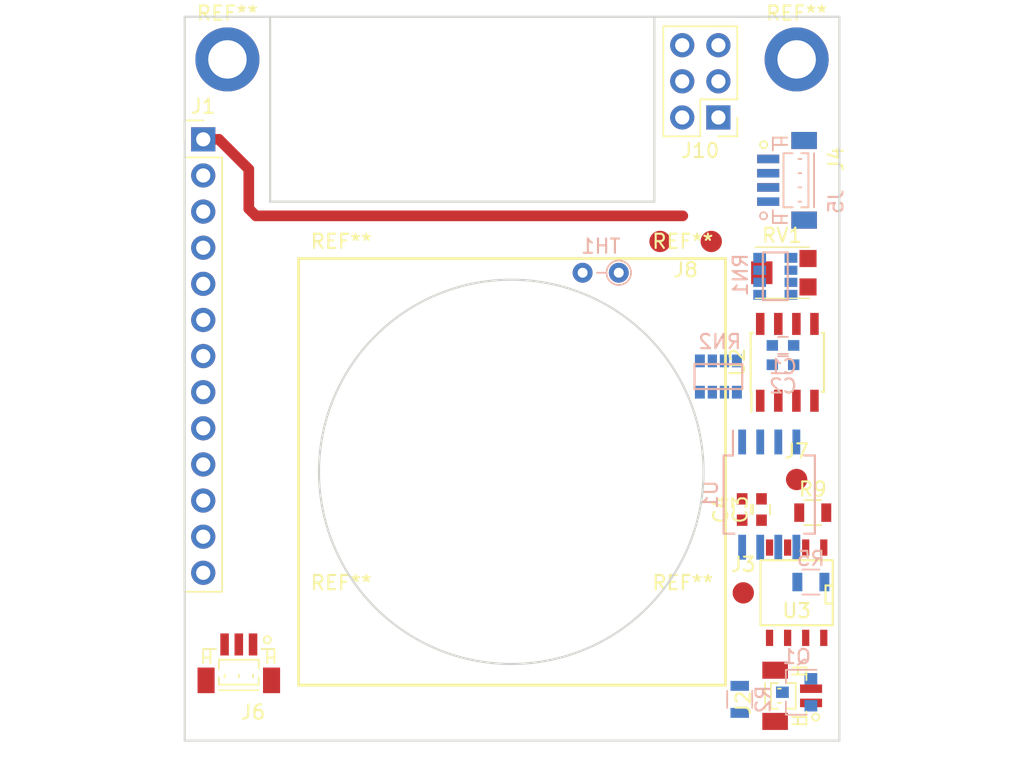
<source format=kicad_pcb>
(kicad_pcb (version 4) (host pcbnew 4.0.7-e2-6376~58~ubuntu16.04.1)

  (general
    (links 89)
    (no_connects 88)
    (area 159.924999 39.924999 206.075001 90.975001)
    (thickness 1.6)
    (drawings 12)
    (tracks 5)
    (zones 0)
    (modules 30)
    (nets 35)
  )

  (page A4)
  (layers
    (0 F.Cu signal)
    (31 B.Cu signal)
    (32 B.Adhes user)
    (33 F.Adhes user)
    (34 B.Paste user)
    (35 F.Paste user)
    (36 B.SilkS user)
    (37 F.SilkS user)
    (38 B.Mask user)
    (39 F.Mask user)
    (40 Dwgs.User user)
    (41 Cmts.User user)
    (42 Eco1.User user)
    (43 Eco2.User user)
    (44 Edge.Cuts user)
    (45 Margin user)
    (46 B.CrtYd user)
    (47 F.CrtYd user)
    (48 B.Fab user)
    (49 F.Fab user)
  )

  (setup
    (last_trace_width 0.25)
    (trace_clearance 0.2)
    (zone_clearance 0.508)
    (zone_45_only no)
    (trace_min 0.2)
    (segment_width 0.2)
    (edge_width 0.15)
    (via_size 0.6)
    (via_drill 0.4)
    (via_min_size 0.4)
    (via_min_drill 0.3)
    (uvia_size 0.3)
    (uvia_drill 0.1)
    (uvias_allowed no)
    (uvia_min_size 0.2)
    (uvia_min_drill 0.1)
    (pcb_text_width 0.3)
    (pcb_text_size 1.5 1.5)
    (mod_edge_width 0.15)
    (mod_text_size 1 1)
    (mod_text_width 0.15)
    (pad_size 1.524 1.524)
    (pad_drill 0.762)
    (pad_to_mask_clearance 0.2)
    (aux_axis_origin 160 40)
    (visible_elements FFFCFFFB)
    (pcbplotparams
      (layerselection 0x01020_00000000)
      (usegerberextensions false)
      (excludeedgelayer true)
      (linewidth 0.100000)
      (plotframeref false)
      (viasonmask false)
      (mode 1)
      (useauxorigin false)
      (hpglpennumber 1)
      (hpglpenspeed 20)
      (hpglpendiameter 15)
      (hpglpenoverlay 2)
      (psnegative false)
      (psa4output false)
      (plotreference true)
      (plotvalue true)
      (plotinvisibletext false)
      (padsonsilk false)
      (subtractmaskfromsilk false)
      (outputformat 4)
      (mirror false)
      (drillshape 0)
      (scaleselection 1)
      (outputdirectory ""))
  )

  (net 0 "")
  (net 1 GND)
  (net 2 +5V)
  (net 3 /MISO)
  (net 4 /SCK)
  (net 5 /ISO)
  (net 6 /RST)
  (net 7 /FAN)
  (net 8 /USB1-)
  (net 9 /USB2-)
  (net 10 /TV_OUT)
  (net 11 /IR_RX)
  (net 12 /USB1+)
  (net 13 /USB2+)
  (net 14 /ADJ)
  (net 15 "Net-(Q1-Pad1)")
  (net 16 "Net-(R5-Pad1)")
  (net 17 /SIG+)
  (net 18 /SIG-)
  (net 19 "Net-(R9-Pad1)")
  (net 20 "Net-(J1-Pad7)")
  (net 21 "Net-(J1-Pad8)")
  (net 22 "Net-(J1-Pad10)")
  (net 23 "Net-(J1-Pad11)")
  (net 24 "Net-(J1-Pad12)")
  (net 25 "Net-(J8-Pad2)")
  (net 26 "Net-(RN1-Pad5)")
  (net 27 "Net-(RN1-Pad4)")
  (net 28 /OP1_-)
  (net 29 /OP2_-)
  (net 30 /OP1_OUT)
  (net 31 "Net-(RV1-Pad1)")
  (net 32 "Net-(U1-Pad2)")
  (net 33 "Net-(U3-Pad6)")
  (net 34 "Net-(U3-Pad3)")

  (net_class Default "This is the default net class."
    (clearance 0.2)
    (trace_width 0.25)
    (via_dia 0.6)
    (via_drill 0.4)
    (uvia_dia 0.3)
    (uvia_drill 0.1)
    (add_net +5V)
    (add_net /ADJ)
    (add_net /FAN)
    (add_net /IR_RX)
    (add_net /ISO)
    (add_net /MIC+)
    (add_net /MIC-)
    (add_net /MISO)
    (add_net /M_BIAS)
    (add_net /OP1_-)
    (add_net /OP1_OUT)
    (add_net /OP2_-)
    (add_net /RST)
    (add_net /SCK)
    (add_net /SIG+)
    (add_net /SIG-)
    (add_net /TV_OUT)
    (add_net /USB1+)
    (add_net /USB1-)
    (add_net /USB2+)
    (add_net /USB2-)
    (add_net GND)
    (add_net "Net-(D1-Pad2)")
    (add_net "Net-(J1-Pad10)")
    (add_net "Net-(J1-Pad11)")
    (add_net "Net-(J1-Pad12)")
    (add_net "Net-(J1-Pad7)")
    (add_net "Net-(J1-Pad8)")
    (add_net "Net-(J8-Pad2)")
    (add_net "Net-(Q1-Pad1)")
    (add_net "Net-(R1-Pad2)")
    (add_net "Net-(R11-Pad1)")
    (add_net "Net-(R4-Pad2)")
    (add_net "Net-(R5-Pad1)")
    (add_net "Net-(R9-Pad1)")
    (add_net "Net-(RN1-Pad4)")
    (add_net "Net-(RN1-Pad5)")
    (add_net "Net-(RV1-Pad1)")
    (add_net "Net-(U1-Pad2)")
    (add_net "Net-(U3-Pad3)")
    (add_net "Net-(U3-Pad6)")
  )

  (module Capacitors_SMD:C_0603 (layer F.Cu) (tedit 59958EE7) (tstamp 5A2EEE65)
    (at 200.53 74.65 90)
    (descr "Capacitor SMD 0603, reflow soldering, AVX (see smccp.pdf)")
    (tags "capacitor 0603")
    (path /59C8014A)
    (attr smd)
    (fp_text reference C3 (at 0 -1.5 90) (layer F.SilkS)
      (effects (font (size 1 1) (thickness 0.15)))
    )
    (fp_text value 1uF (at 0 1.5 90) (layer F.Fab)
      (effects (font (size 1 1) (thickness 0.15)))
    )
    (fp_line (start 1.4 0.65) (end -1.4 0.65) (layer F.CrtYd) (width 0.05))
    (fp_line (start 1.4 0.65) (end 1.4 -0.65) (layer F.CrtYd) (width 0.05))
    (fp_line (start -1.4 -0.65) (end -1.4 0.65) (layer F.CrtYd) (width 0.05))
    (fp_line (start -1.4 -0.65) (end 1.4 -0.65) (layer F.CrtYd) (width 0.05))
    (fp_line (start 0.35 0.6) (end -0.35 0.6) (layer F.SilkS) (width 0.12))
    (fp_line (start -0.35 -0.6) (end 0.35 -0.6) (layer F.SilkS) (width 0.12))
    (fp_line (start -0.8 -0.4) (end 0.8 -0.4) (layer F.Fab) (width 0.1))
    (fp_line (start 0.8 -0.4) (end 0.8 0.4) (layer F.Fab) (width 0.1))
    (fp_line (start 0.8 0.4) (end -0.8 0.4) (layer F.Fab) (width 0.1))
    (fp_line (start -0.8 0.4) (end -0.8 -0.4) (layer F.Fab) (width 0.1))
    (fp_text user %R (at 1.75 0.5 90) (layer F.Fab)
      (effects (font (size 0.3 0.3) (thickness 0.075)))
    )
    (pad 2 smd rect (at 0.75 0 90) (size 0.8 0.75) (layers F.Cu F.Paste F.Mask)
      (net 1 GND))
    (pad 1 smd rect (at -0.75 0 90) (size 0.8 0.75) (layers F.Cu F.Paste F.Mask)
      (net 2 +5V))
    (model Capacitors_SMD.3dshapes/C_0603.wrl
      (at (xyz 0 0 0))
      (scale (xyz 1 1 1))
      (rotate (xyz 0 0 0))
    )
  )

  (module Housings_SOIC:SO-8_5.3x6.2mm_Pitch1.27mm (layer B.Cu) (tedit 59920130) (tstamp 5A32E918)
    (at 201.075 73.6 270)
    (descr "8-Lead Plastic Small Outline, 5.3x6.2mm Body (http://www.ti.com.cn/cn/lit/ds/symlink/tl7705a.pdf)")
    (tags "SOIC 1.27")
    (path /59C7F919)
    (attr smd)
    (fp_text reference U1 (at 0 4.13 270) (layer B.SilkS)
      (effects (font (size 1 1) (thickness 0.15)) (justify mirror))
    )
    (fp_text value ATTINY13A-SSU (at 0 -4.13 270) (layer B.Fab)
      (effects (font (size 1 1) (thickness 0.15)) (justify mirror))
    )
    (fp_text user %R (at 0.3 0 270) (layer B.Fab)
      (effects (font (size 1 1) (thickness 0.15)) (justify mirror))
    )
    (fp_line (start -1.65 3.1) (end 2.65 3.1) (layer B.Fab) (width 0.15))
    (fp_line (start 2.65 3.1) (end 2.65 -3.1) (layer B.Fab) (width 0.15))
    (fp_line (start 2.65 -3.1) (end -2.65 -3.1) (layer B.Fab) (width 0.15))
    (fp_line (start -2.65 -3.1) (end -2.65 2.1) (layer B.Fab) (width 0.15))
    (fp_line (start -2.65 2.1) (end -1.65 3.1) (layer B.Fab) (width 0.15))
    (fp_line (start -4.83 3.35) (end -4.83 -3.35) (layer B.CrtYd) (width 0.05))
    (fp_line (start 4.83 3.35) (end 4.83 -3.35) (layer B.CrtYd) (width 0.05))
    (fp_line (start -4.83 3.35) (end 4.83 3.35) (layer B.CrtYd) (width 0.05))
    (fp_line (start -4.83 -3.35) (end 4.83 -3.35) (layer B.CrtYd) (width 0.05))
    (fp_line (start -2.75 3.205) (end -2.75 2.55) (layer B.SilkS) (width 0.15))
    (fp_line (start 2.75 3.205) (end 2.75 2.455) (layer B.SilkS) (width 0.15))
    (fp_line (start 2.75 -3.205) (end 2.75 -2.455) (layer B.SilkS) (width 0.15))
    (fp_line (start -2.75 -3.205) (end -2.75 -2.455) (layer B.SilkS) (width 0.15))
    (fp_line (start -2.75 3.205) (end 2.75 3.205) (layer B.SilkS) (width 0.15))
    (fp_line (start -2.75 -3.205) (end 2.75 -3.205) (layer B.SilkS) (width 0.15))
    (fp_line (start -2.75 2.55) (end -4.5 2.55) (layer B.SilkS) (width 0.15))
    (pad 1 smd rect (at -3.7 1.905 270) (size 1.75 0.55) (layers B.Cu B.Paste B.Mask)
      (net 6 /RST))
    (pad 2 smd rect (at -3.7 0.635 270) (size 1.75 0.55) (layers B.Cu B.Paste B.Mask)
      (net 32 "Net-(U1-Pad2)"))
    (pad 3 smd rect (at -3.7 -0.635 270) (size 1.75 0.55) (layers B.Cu B.Paste B.Mask)
      (net 14 /ADJ))
    (pad 4 smd rect (at -3.7 -1.905 270) (size 1.75 0.55) (layers B.Cu B.Paste B.Mask)
      (net 1 GND))
    (pad 5 smd rect (at 3.7 -1.905 270) (size 1.75 0.55) (layers B.Cu B.Paste B.Mask)
      (net 5 /ISO))
    (pad 6 smd rect (at 3.7 -0.635 270) (size 1.75 0.55) (layers B.Cu B.Paste B.Mask)
      (net 3 /MISO))
    (pad 7 smd rect (at 3.7 0.635 270) (size 1.75 0.55) (layers B.Cu B.Paste B.Mask)
      (net 4 /SCK))
    (pad 8 smd rect (at 3.7 1.905 270) (size 1.75 0.55) (layers B.Cu B.Paste B.Mask)
      (net 2 +5V))
    (model ${KISYS3DMOD}/Housings_SOIC.3dshapes/SO-8_5.3x6.2mm_Pitch1.27mm.wrl
      (at (xyz 0 0 0))
      (scale (xyz 1 1 1))
      (rotate (xyz 0 0 0))
    )
  )

  (module Mounting_Holes:MountingHole_2.7mm_M2.5_ISO14580_Pad (layer F.Cu) (tedit 56D1B4CB) (tstamp 5A302A23)
    (at 203 43)
    (descr "Mounting Hole 2.7mm, M2.5, ISO14580")
    (tags "mounting hole 2.7mm m2.5 iso14580")
    (attr virtual)
    (fp_text reference REF** (at 0 -3.25) (layer F.SilkS)
      (effects (font (size 1 1) (thickness 0.15)))
    )
    (fp_text value MountingHole_2.7mm_M2.5_ISO14580_Pad (at 0 3.25) (layer F.Fab)
      (effects (font (size 1 1) (thickness 0.15)))
    )
    (fp_text user %R (at 0.3 0) (layer F.Fab)
      (effects (font (size 1 1) (thickness 0.15)))
    )
    (fp_circle (center 0 0) (end 2.25 0) (layer Cmts.User) (width 0.15))
    (fp_circle (center 0 0) (end 2.5 0) (layer F.CrtYd) (width 0.05))
    (pad 1 thru_hole circle (at 0 0) (size 4.5 4.5) (drill 2.7) (layers *.Cu *.Mask))
  )

  (module Capacitors_SMD:C_0603 (layer B.Cu) (tedit 59958EE7) (tstamp 5A2EEE59)
    (at 202.04 63.11)
    (descr "Capacitor SMD 0603, reflow soldering, AVX (see smccp.pdf)")
    (tags "capacitor 0603")
    (path /5A2CC305)
    (attr smd)
    (fp_text reference C1 (at 0 1.5) (layer B.SilkS)
      (effects (font (size 1 1) (thickness 0.15)) (justify mirror))
    )
    (fp_text value 1uF (at -0.15 -1.6) (layer B.Fab)
      (effects (font (size 1 1) (thickness 0.15)) (justify mirror))
    )
    (fp_line (start 1.4 -0.65) (end -1.4 -0.65) (layer B.CrtYd) (width 0.05))
    (fp_line (start 1.4 -0.65) (end 1.4 0.65) (layer B.CrtYd) (width 0.05))
    (fp_line (start -1.4 0.65) (end -1.4 -0.65) (layer B.CrtYd) (width 0.05))
    (fp_line (start -1.4 0.65) (end 1.4 0.65) (layer B.CrtYd) (width 0.05))
    (fp_line (start 0.35 -0.6) (end -0.35 -0.6) (layer B.SilkS) (width 0.12))
    (fp_line (start -0.35 0.6) (end 0.35 0.6) (layer B.SilkS) (width 0.12))
    (fp_line (start -0.8 0.4) (end 0.8 0.4) (layer B.Fab) (width 0.1))
    (fp_line (start 0.8 0.4) (end 0.8 -0.4) (layer B.Fab) (width 0.1))
    (fp_line (start 0.8 -0.4) (end -0.8 -0.4) (layer B.Fab) (width 0.1))
    (fp_line (start -0.8 -0.4) (end -0.8 0.4) (layer B.Fab) (width 0.1))
    (fp_text user %R (at 1.75 0.5) (layer B.Fab)
      (effects (font (size 0.3 0.3) (thickness 0.075)) (justify mirror))
    )
    (pad 2 smd rect (at 0.75 0) (size 0.8 0.75) (layers B.Cu B.Paste B.Mask)
      (net 1 GND))
    (pad 1 smd rect (at -0.75 0) (size 0.8 0.75) (layers B.Cu B.Paste B.Mask)
      (net 2 +5V))
    (model Capacitors_SMD.3dshapes/C_0603.wrl
      (at (xyz 0 0 0))
      (scale (xyz 1 1 1))
      (rotate (xyz 0 0 0))
    )
  )

  (module Capacitors_SMD:C_0603 (layer B.Cu) (tedit 59958EE7) (tstamp 5A2EEE5F)
    (at 202.04 64.47)
    (descr "Capacitor SMD 0603, reflow soldering, AVX (see smccp.pdf)")
    (tags "capacitor 0603")
    (path /5A2CC490)
    (attr smd)
    (fp_text reference C2 (at 0 1.5) (layer B.SilkS)
      (effects (font (size 1 1) (thickness 0.15)) (justify mirror))
    )
    (fp_text value 0.1uF (at 2.93 -1.77) (layer B.Fab)
      (effects (font (size 1 1) (thickness 0.15)) (justify mirror))
    )
    (fp_line (start 1.4 -0.65) (end -1.4 -0.65) (layer B.CrtYd) (width 0.05))
    (fp_line (start 1.4 -0.65) (end 1.4 0.65) (layer B.CrtYd) (width 0.05))
    (fp_line (start -1.4 0.65) (end -1.4 -0.65) (layer B.CrtYd) (width 0.05))
    (fp_line (start -1.4 0.65) (end 1.4 0.65) (layer B.CrtYd) (width 0.05))
    (fp_line (start 0.35 -0.6) (end -0.35 -0.6) (layer B.SilkS) (width 0.12))
    (fp_line (start -0.35 0.6) (end 0.35 0.6) (layer B.SilkS) (width 0.12))
    (fp_line (start -0.8 0.4) (end 0.8 0.4) (layer B.Fab) (width 0.1))
    (fp_line (start 0.8 0.4) (end 0.8 -0.4) (layer B.Fab) (width 0.1))
    (fp_line (start 0.8 -0.4) (end -0.8 -0.4) (layer B.Fab) (width 0.1))
    (fp_line (start -0.8 -0.4) (end -0.8 0.4) (layer B.Fab) (width 0.1))
    (fp_text user %R (at 1.75 0.5) (layer B.Fab)
      (effects (font (size 0.3 0.3) (thickness 0.075)) (justify mirror))
    )
    (pad 2 smd rect (at 0.75 0) (size 0.8 0.75) (layers B.Cu B.Paste B.Mask)
      (net 1 GND))
    (pad 1 smd rect (at -0.75 0) (size 0.8 0.75) (layers B.Cu B.Paste B.Mask)
      (net 2 +5V))
    (model Capacitors_SMD.3dshapes/C_0603.wrl
      (at (xyz 0 0 0))
      (scale (xyz 1 1 1))
      (rotate (xyz 0 0 0))
    )
  )

  (module Capacitors_SMD:C_0603 (layer F.Cu) (tedit 59958EE7) (tstamp 5A2EEE6B)
    (at 199.17 74.65 90)
    (descr "Capacitor SMD 0603, reflow soldering, AVX (see smccp.pdf)")
    (tags "capacitor 0603")
    (path /59C80125)
    (attr smd)
    (fp_text reference C4 (at 0 -1.5 90) (layer F.SilkS)
      (effects (font (size 1 1) (thickness 0.15)))
    )
    (fp_text value 0.1uF (at 0 1.5 90) (layer F.Fab)
      (effects (font (size 1 1) (thickness 0.15)))
    )
    (fp_line (start 1.4 0.65) (end -1.4 0.65) (layer F.CrtYd) (width 0.05))
    (fp_line (start 1.4 0.65) (end 1.4 -0.65) (layer F.CrtYd) (width 0.05))
    (fp_line (start -1.4 -0.65) (end -1.4 0.65) (layer F.CrtYd) (width 0.05))
    (fp_line (start -1.4 -0.65) (end 1.4 -0.65) (layer F.CrtYd) (width 0.05))
    (fp_line (start 0.35 0.6) (end -0.35 0.6) (layer F.SilkS) (width 0.12))
    (fp_line (start -0.35 -0.6) (end 0.35 -0.6) (layer F.SilkS) (width 0.12))
    (fp_line (start -0.8 -0.4) (end 0.8 -0.4) (layer F.Fab) (width 0.1))
    (fp_line (start 0.8 -0.4) (end 0.8 0.4) (layer F.Fab) (width 0.1))
    (fp_line (start 0.8 0.4) (end -0.8 0.4) (layer F.Fab) (width 0.1))
    (fp_line (start -0.8 0.4) (end -0.8 -0.4) (layer F.Fab) (width 0.1))
    (fp_text user %R (at 1.76 0.47 90) (layer F.Fab)
      (effects (font (size 0.3 0.3) (thickness 0.075)))
    )
    (pad 2 smd rect (at 0.75 0 90) (size 0.8 0.75) (layers F.Cu F.Paste F.Mask)
      (net 1 GND))
    (pad 1 smd rect (at -0.75 0 90) (size 0.8 0.75) (layers F.Cu F.Paste F.Mask)
      (net 2 +5V))
    (model Capacitors_SMD.3dshapes/C_0603.wrl
      (at (xyz 0 0 0))
      (scale (xyz 1 1 1))
      (rotate (xyz 0 0 0))
    )
  )

  (module Pin_Headers:Pin_Header_Straight_2x03_Pitch2.54mm (layer F.Cu) (tedit 59650532) (tstamp 5A2EEE75)
    (at 197.5 47.08 180)
    (descr "Through hole straight pin header, 2x03, 2.54mm pitch, double rows")
    (tags "Through hole pin header THT 2x03 2.54mm double row")
    (path /59C806DB)
    (fp_text reference J10 (at 1.27 -2.33 180) (layer F.SilkS)
      (effects (font (size 1 1) (thickness 0.15)))
    )
    (fp_text value ISP-6 (at 1.27 7.41 180) (layer F.Fab)
      (effects (font (size 1 1) (thickness 0.15)))
    )
    (fp_line (start 0 -1.27) (end 3.81 -1.27) (layer F.Fab) (width 0.1))
    (fp_line (start 3.81 -1.27) (end 3.81 6.35) (layer F.Fab) (width 0.1))
    (fp_line (start 3.81 6.35) (end -1.27 6.35) (layer F.Fab) (width 0.1))
    (fp_line (start -1.27 6.35) (end -1.27 0) (layer F.Fab) (width 0.1))
    (fp_line (start -1.27 0) (end 0 -1.27) (layer F.Fab) (width 0.1))
    (fp_line (start -1.33 6.41) (end 3.87 6.41) (layer F.SilkS) (width 0.12))
    (fp_line (start -1.33 1.27) (end -1.33 6.41) (layer F.SilkS) (width 0.12))
    (fp_line (start 3.87 -1.33) (end 3.87 6.41) (layer F.SilkS) (width 0.12))
    (fp_line (start -1.33 1.27) (end 1.27 1.27) (layer F.SilkS) (width 0.12))
    (fp_line (start 1.27 1.27) (end 1.27 -1.33) (layer F.SilkS) (width 0.12))
    (fp_line (start 1.27 -1.33) (end 3.87 -1.33) (layer F.SilkS) (width 0.12))
    (fp_line (start -1.33 0) (end -1.33 -1.33) (layer F.SilkS) (width 0.12))
    (fp_line (start -1.33 -1.33) (end 0 -1.33) (layer F.SilkS) (width 0.12))
    (fp_line (start -1.8 -1.8) (end -1.8 6.85) (layer F.CrtYd) (width 0.05))
    (fp_line (start -1.8 6.85) (end 4.35 6.85) (layer F.CrtYd) (width 0.05))
    (fp_line (start 4.35 6.85) (end 4.35 -1.8) (layer F.CrtYd) (width 0.05))
    (fp_line (start 4.35 -1.8) (end -1.8 -1.8) (layer F.CrtYd) (width 0.05))
    (fp_text user %R (at 1.27 2.54 270) (layer F.Fab)
      (effects (font (size 1 1) (thickness 0.15)))
    )
    (pad 1 thru_hole rect (at 0 0 180) (size 1.7 1.7) (drill 1) (layers *.Cu *.Mask)
      (net 3 /MISO))
    (pad 2 thru_hole oval (at 2.54 0 180) (size 1.7 1.7) (drill 1) (layers *.Cu *.Mask)
      (net 2 +5V))
    (pad 3 thru_hole oval (at 0 2.54 180) (size 1.7 1.7) (drill 1) (layers *.Cu *.Mask)
      (net 4 /SCK))
    (pad 4 thru_hole oval (at 2.54 2.54 180) (size 1.7 1.7) (drill 1) (layers *.Cu *.Mask)
      (net 5 /ISO))
    (pad 5 thru_hole oval (at 0 5.08 180) (size 1.7 1.7) (drill 1) (layers *.Cu *.Mask)
      (net 6 /RST))
    (pad 6 thru_hole oval (at 2.54 5.08 180) (size 1.7 1.7) (drill 1) (layers *.Cu *.Mask)
      (net 1 GND))
    (model ${KISYS3DMOD}/Pin_Headers.3dshapes/Pin_Header_Straight_2x03_Pitch2.54mm.wrl
      (at (xyz 0 0 0))
      (scale (xyz 1 1 1))
      (rotate (xyz 0 0 0))
    )
  )

  (module Resistors_SMD:R_0805 (layer B.Cu) (tedit 58E0A804) (tstamp 5A2EEED5)
    (at 199 88 90)
    (descr "Resistor SMD 0805, reflow soldering, Vishay (see dcrcw.pdf)")
    (tags "resistor 0805")
    (path /59C81B22)
    (attr smd)
    (fp_text reference R2 (at 0 1.65 90) (layer B.SilkS)
      (effects (font (size 1 1) (thickness 0.15)) (justify mirror))
    )
    (fp_text value 10k (at 0 -1.75 90) (layer B.Fab)
      (effects (font (size 1 1) (thickness 0.15)) (justify mirror))
    )
    (fp_text user %R (at -0.05 1.25 90) (layer B.Fab)
      (effects (font (size 0.5 0.5) (thickness 0.075)) (justify mirror))
    )
    (fp_line (start -1 -0.62) (end -1 0.62) (layer B.Fab) (width 0.1))
    (fp_line (start 1 -0.62) (end -1 -0.62) (layer B.Fab) (width 0.1))
    (fp_line (start 1 0.62) (end 1 -0.62) (layer B.Fab) (width 0.1))
    (fp_line (start -1 0.62) (end 1 0.62) (layer B.Fab) (width 0.1))
    (fp_line (start 0.6 -0.88) (end -0.6 -0.88) (layer B.SilkS) (width 0.12))
    (fp_line (start -0.6 0.88) (end 0.6 0.88) (layer B.SilkS) (width 0.12))
    (fp_line (start -1.55 0.9) (end 1.55 0.9) (layer B.CrtYd) (width 0.05))
    (fp_line (start -1.55 0.9) (end -1.55 -0.9) (layer B.CrtYd) (width 0.05))
    (fp_line (start 1.55 -0.9) (end 1.55 0.9) (layer B.CrtYd) (width 0.05))
    (fp_line (start 1.55 -0.9) (end -1.55 -0.9) (layer B.CrtYd) (width 0.05))
    (pad 1 smd rect (at -0.95 0 90) (size 0.7 1.3) (layers B.Cu B.Paste B.Mask)
      (net 2 +5V))
    (pad 2 smd rect (at 0.95 0 90) (size 0.7 1.3) (layers B.Cu B.Paste B.Mask)
      (net 15 "Net-(Q1-Pad1)"))
    (model ${KISYS3DMOD}/Resistors_SMD.3dshapes/R_0805.wrl
      (at (xyz 0 0 0))
      (scale (xyz 1 1 1))
      (rotate (xyz 0 0 0))
    )
  )

  (module Resistors_SMD:R_0805 (layer B.Cu) (tedit 58E0A804) (tstamp 5A2EEEE7)
    (at 204 79.75 180)
    (descr "Resistor SMD 0805, reflow soldering, Vishay (see dcrcw.pdf)")
    (tags "resistor 0805")
    (path /59C815E0)
    (attr smd)
    (fp_text reference R5 (at 0 1.65 180) (layer B.SilkS)
      (effects (font (size 1 1) (thickness 0.15)) (justify mirror))
    )
    (fp_text value 100 (at 0 -1.75 180) (layer B.Fab)
      (effects (font (size 1 1) (thickness 0.15)) (justify mirror))
    )
    (fp_text user %R (at -0.05 1.25 180) (layer B.Fab)
      (effects (font (size 0.5 0.5) (thickness 0.075)) (justify mirror))
    )
    (fp_line (start -1 -0.62) (end -1 0.62) (layer B.Fab) (width 0.1))
    (fp_line (start 1 -0.62) (end -1 -0.62) (layer B.Fab) (width 0.1))
    (fp_line (start 1 0.62) (end 1 -0.62) (layer B.Fab) (width 0.1))
    (fp_line (start -1 0.62) (end 1 0.62) (layer B.Fab) (width 0.1))
    (fp_line (start 0.6 -0.88) (end -0.6 -0.88) (layer B.SilkS) (width 0.12))
    (fp_line (start -0.6 0.88) (end 0.6 0.88) (layer B.SilkS) (width 0.12))
    (fp_line (start -1.55 0.9) (end 1.55 0.9) (layer B.CrtYd) (width 0.05))
    (fp_line (start -1.55 0.9) (end -1.55 -0.9) (layer B.CrtYd) (width 0.05))
    (fp_line (start 1.55 -0.9) (end 1.55 0.9) (layer B.CrtYd) (width 0.05))
    (fp_line (start 1.55 -0.9) (end -1.55 -0.9) (layer B.CrtYd) (width 0.05))
    (pad 1 smd rect (at -0.95 0 180) (size 0.7 1.3) (layers B.Cu B.Paste B.Mask)
      (net 16 "Net-(R5-Pad1)"))
    (pad 2 smd rect (at 0.95 0 180) (size 0.7 1.3) (layers B.Cu B.Paste B.Mask)
      (net 5 /ISO))
    (model ${KISYS3DMOD}/Resistors_SMD.3dshapes/R_0805.wrl
      (at (xyz 0 0 0))
      (scale (xyz 1 1 1))
      (rotate (xyz 0 0 0))
    )
  )

  (module Resistors_SMD:R_0805 (layer F.Cu) (tedit 58E0A804) (tstamp 5A2EEEFF)
    (at 204.13 74.87)
    (descr "Resistor SMD 0805, reflow soldering, Vishay (see dcrcw.pdf)")
    (tags "resistor 0805")
    (path /59C826CC)
    (attr smd)
    (fp_text reference R9 (at 0 -1.65) (layer F.SilkS)
      (effects (font (size 1 1) (thickness 0.15)))
    )
    (fp_text value 0R (at 0 1.75) (layer F.Fab)
      (effects (font (size 1 1) (thickness 0.15)))
    )
    (fp_text user %R (at 0 -0.75) (layer F.Fab)
      (effects (font (size 0.5 0.5) (thickness 0.075)))
    )
    (fp_line (start -1 0.62) (end -1 -0.62) (layer F.Fab) (width 0.1))
    (fp_line (start 1 0.62) (end -1 0.62) (layer F.Fab) (width 0.1))
    (fp_line (start 1 -0.62) (end 1 0.62) (layer F.Fab) (width 0.1))
    (fp_line (start -1 -0.62) (end 1 -0.62) (layer F.Fab) (width 0.1))
    (fp_line (start 0.6 0.88) (end -0.6 0.88) (layer F.SilkS) (width 0.12))
    (fp_line (start -0.6 -0.88) (end 0.6 -0.88) (layer F.SilkS) (width 0.12))
    (fp_line (start -1.55 -0.9) (end 1.55 -0.9) (layer F.CrtYd) (width 0.05))
    (fp_line (start -1.55 -0.9) (end -1.55 0.9) (layer F.CrtYd) (width 0.05))
    (fp_line (start 1.55 0.9) (end 1.55 -0.9) (layer F.CrtYd) (width 0.05))
    (fp_line (start 1.55 0.9) (end -1.55 0.9) (layer F.CrtYd) (width 0.05))
    (pad 1 smd rect (at -0.95 0) (size 0.7 1.3) (layers F.Cu F.Paste F.Mask)
      (net 19 "Net-(R9-Pad1)"))
    (pad 2 smd rect (at 0.95 0) (size 0.7 1.3) (layers F.Cu F.Paste F.Mask)
      (net 1 GND))
    (model ${KISYS3DMOD}/Resistors_SMD.3dshapes/R_0805.wrl
      (at (xyz 0 0 0))
      (scale (xyz 1 1 1))
      (rotate (xyz 0 0 0))
    )
  )

  (module SMD_Packages:SOIC-8-N (layer F.Cu) (tedit 0) (tstamp 5A2EEF3B)
    (at 203 80.5 180)
    (descr "Module Narrow CMS SOJ 8 pins large")
    (tags "CMS SOJ")
    (path /59C80308)
    (attr smd)
    (fp_text reference U3 (at 0 -1.27 180) (layer F.SilkS)
      (effects (font (size 1 1) (thickness 0.15)))
    )
    (fp_text value 4N25 (at 0 1.27 180) (layer F.Fab)
      (effects (font (size 1 1) (thickness 0.15)))
    )
    (fp_line (start -2.54 -2.286) (end 2.54 -2.286) (layer F.SilkS) (width 0.15))
    (fp_line (start 2.54 -2.286) (end 2.54 2.286) (layer F.SilkS) (width 0.15))
    (fp_line (start 2.54 2.286) (end -2.54 2.286) (layer F.SilkS) (width 0.15))
    (fp_line (start -2.54 2.286) (end -2.54 -2.286) (layer F.SilkS) (width 0.15))
    (fp_line (start -2.54 -0.762) (end -2.032 -0.762) (layer F.SilkS) (width 0.15))
    (fp_line (start -2.032 -0.762) (end -2.032 0.508) (layer F.SilkS) (width 0.15))
    (fp_line (start -2.032 0.508) (end -2.54 0.508) (layer F.SilkS) (width 0.15))
    (pad 8 smd rect (at -1.905 -3.175 180) (size 0.508 1.143) (layers F.Cu F.Paste F.Mask))
    (pad 7 smd rect (at -0.635 -3.175 180) (size 0.508 1.143) (layers F.Cu F.Paste F.Mask))
    (pad 6 smd rect (at 0.635 -3.175 180) (size 0.508 1.143) (layers F.Cu F.Paste F.Mask)
      (net 33 "Net-(U3-Pad6)"))
    (pad 5 smd rect (at 1.905 -3.175 180) (size 0.508 1.143) (layers F.Cu F.Paste F.Mask)
      (net 15 "Net-(Q1-Pad1)"))
    (pad 4 smd rect (at 1.905 3.175 180) (size 0.508 1.143) (layers F.Cu F.Paste F.Mask)
      (net 1 GND))
    (pad 3 smd rect (at 0.635 3.175 180) (size 0.508 1.143) (layers F.Cu F.Paste F.Mask)
      (net 34 "Net-(U3-Pad3)"))
    (pad 2 smd rect (at -0.635 3.175 180) (size 0.508 1.143) (layers F.Cu F.Paste F.Mask)
      (net 19 "Net-(R9-Pad1)"))
    (pad 1 smd rect (at -1.905 3.175 180) (size 0.508 1.143) (layers F.Cu F.Paste F.Mask)
      (net 16 "Net-(R5-Pad1)"))
    (model SMD_Packages.3dshapes/SOIC-8-N.wrl
      (at (xyz 0 0 0))
      (scale (xyz 0.5 0.38 0.5))
      (rotate (xyz 0 0 0))
    )
  )

  (module TO_SOT_Packages_SMD:SOT-23 (layer B.Cu) (tedit 58CE4E7E) (tstamp 5A2EF05B)
    (at 203 87.5 180)
    (descr "SOT-23, Standard")
    (tags SOT-23)
    (path /59C81C7D)
    (attr smd)
    (fp_text reference Q1 (at 0 2.5 180) (layer B.SilkS)
      (effects (font (size 1 1) (thickness 0.15)) (justify mirror))
    )
    (fp_text value Q_PMOS_GSD (at 0 -2.55 180) (layer B.Fab)
      (effects (font (size 1 1) (thickness 0.15)) (justify mirror))
    )
    (fp_text user %R (at 1.25 -1.3 450) (layer B.Fab)
      (effects (font (size 0.5 0.5) (thickness 0.075)) (justify mirror))
    )
    (fp_line (start -0.7 0.95) (end -0.7 -1.5) (layer B.Fab) (width 0.1))
    (fp_line (start -0.15 1.52) (end 0.7 1.52) (layer B.Fab) (width 0.1))
    (fp_line (start -0.7 0.95) (end -0.15 1.52) (layer B.Fab) (width 0.1))
    (fp_line (start 0.7 1.52) (end 0.7 -1.52) (layer B.Fab) (width 0.1))
    (fp_line (start -0.7 -1.52) (end 0.7 -1.52) (layer B.Fab) (width 0.1))
    (fp_line (start 0.76 -1.58) (end 0.76 -0.65) (layer B.SilkS) (width 0.12))
    (fp_line (start 0.76 1.58) (end 0.76 0.65) (layer B.SilkS) (width 0.12))
    (fp_line (start -1.7 1.75) (end 1.7 1.75) (layer B.CrtYd) (width 0.05))
    (fp_line (start 1.7 1.75) (end 1.7 -1.75) (layer B.CrtYd) (width 0.05))
    (fp_line (start 1.7 -1.75) (end -1.7 -1.75) (layer B.CrtYd) (width 0.05))
    (fp_line (start -1.7 -1.75) (end -1.7 1.75) (layer B.CrtYd) (width 0.05))
    (fp_line (start 0.76 1.58) (end -1.4 1.58) (layer B.SilkS) (width 0.12))
    (fp_line (start 0.76 -1.58) (end -0.7 -1.58) (layer B.SilkS) (width 0.12))
    (pad 1 smd rect (at -1 0.95 180) (size 0.9 0.8) (layers B.Cu B.Paste B.Mask)
      (net 15 "Net-(Q1-Pad1)"))
    (pad 2 smd rect (at -1 -0.95 180) (size 0.9 0.8) (layers B.Cu B.Paste B.Mask)
      (net 7 /FAN))
    (pad 3 smd rect (at 1 0 180) (size 0.9 0.8) (layers B.Cu B.Paste B.Mask)
      (net 2 +5V))
    (model ${KISYS3DMOD}/TO_SOT_Packages_SMD.3dshapes/SOT-23.wrl
      (at (xyz 0 0 0))
      (scale (xyz 1 1 1))
      (rotate (xyz 0 0 0))
    )
  )

  (module Pin_Headers:Pin_Header_Straight_1x13_Pitch2.54mm (layer F.Cu) (tedit 59650532) (tstamp 5A2EF27C)
    (at 161.3 48.62)
    (descr "Through hole straight pin header, 1x13, 2.54mm pitch, single row")
    (tags "Through hole pin header THT 1x13 2.54mm single row")
    (path /59CA92F8)
    (fp_text reference J1 (at 0 -2.33) (layer F.SilkS)
      (effects (font (size 1 1) (thickness 0.15)))
    )
    (fp_text value Conn_01x13 (at 0 32.81) (layer F.Fab)
      (effects (font (size 1 1) (thickness 0.15)))
    )
    (fp_line (start -0.635 -1.27) (end 1.27 -1.27) (layer F.Fab) (width 0.1))
    (fp_line (start 1.27 -1.27) (end 1.27 31.75) (layer F.Fab) (width 0.1))
    (fp_line (start 1.27 31.75) (end -1.27 31.75) (layer F.Fab) (width 0.1))
    (fp_line (start -1.27 31.75) (end -1.27 -0.635) (layer F.Fab) (width 0.1))
    (fp_line (start -1.27 -0.635) (end -0.635 -1.27) (layer F.Fab) (width 0.1))
    (fp_line (start -1.33 31.81) (end 1.33 31.81) (layer F.SilkS) (width 0.12))
    (fp_line (start -1.33 1.27) (end -1.33 31.81) (layer F.SilkS) (width 0.12))
    (fp_line (start 1.33 1.27) (end 1.33 31.81) (layer F.SilkS) (width 0.12))
    (fp_line (start -1.33 1.27) (end 1.33 1.27) (layer F.SilkS) (width 0.12))
    (fp_line (start -1.33 0) (end -1.33 -1.33) (layer F.SilkS) (width 0.12))
    (fp_line (start -1.33 -1.33) (end 0 -1.33) (layer F.SilkS) (width 0.12))
    (fp_line (start -1.8 -1.8) (end -1.8 32.25) (layer F.CrtYd) (width 0.05))
    (fp_line (start -1.8 32.25) (end 1.8 32.25) (layer F.CrtYd) (width 0.05))
    (fp_line (start 1.8 32.25) (end 1.8 -1.8) (layer F.CrtYd) (width 0.05))
    (fp_line (start 1.8 -1.8) (end -1.8 -1.8) (layer F.CrtYd) (width 0.05))
    (fp_text user %R (at 0 15.24 90) (layer F.Fab)
      (effects (font (size 1 1) (thickness 0.15)))
    )
    (pad 1 thru_hole rect (at 0 0) (size 1.7 1.7) (drill 1) (layers *.Cu *.Mask)
      (net 2 +5V))
    (pad 2 thru_hole oval (at 0 2.54) (size 1.7 1.7) (drill 1) (layers *.Cu *.Mask)
      (net 1 GND))
    (pad 3 thru_hole oval (at 0 5.08) (size 1.7 1.7) (drill 1) (layers *.Cu *.Mask)
      (net 8 /USB1-))
    (pad 4 thru_hole oval (at 0 7.62) (size 1.7 1.7) (drill 1) (layers *.Cu *.Mask)
      (net 12 /USB1+))
    (pad 5 thru_hole oval (at 0 10.16) (size 1.7 1.7) (drill 1) (layers *.Cu *.Mask)
      (net 9 /USB2-))
    (pad 6 thru_hole oval (at 0 12.7) (size 1.7 1.7) (drill 1) (layers *.Cu *.Mask)
      (net 13 /USB2+))
    (pad 7 thru_hole oval (at 0 15.24) (size 1.7 1.7) (drill 1) (layers *.Cu *.Mask)
      (net 20 "Net-(J1-Pad7)"))
    (pad 8 thru_hole oval (at 0 17.78) (size 1.7 1.7) (drill 1) (layers *.Cu *.Mask)
      (net 21 "Net-(J1-Pad8)"))
    (pad 9 thru_hole oval (at 0 20.32) (size 1.7 1.7) (drill 1) (layers *.Cu *.Mask)
      (net 10 /TV_OUT))
    (pad 10 thru_hole oval (at 0 22.86) (size 1.7 1.7) (drill 1) (layers *.Cu *.Mask)
      (net 22 "Net-(J1-Pad10)"))
    (pad 11 thru_hole oval (at 0 25.4) (size 1.7 1.7) (drill 1) (layers *.Cu *.Mask)
      (net 23 "Net-(J1-Pad11)"))
    (pad 12 thru_hole oval (at 0 27.94) (size 1.7 1.7) (drill 1) (layers *.Cu *.Mask)
      (net 24 "Net-(J1-Pad12)"))
    (pad 13 thru_hole oval (at 0 30.48) (size 1.7 1.7) (drill 1) (layers *.Cu *.Mask)
      (net 11 /IR_RX))
    (model ${KISYS3DMOD}/Pin_Headers.3dshapes/Pin_Header_Straight_1x13_Pitch2.54mm.wrl
      (at (xyz 0 0 0))
      (scale (xyz 1 1 1))
      (rotate (xyz 0 0 0))
    )
  )

  (module Connectors_JST:JST_SH_BM02B-SRSS-TB_02x1.00mm_Straight (layer F.Cu) (tedit 56B07435) (tstamp 5A2F5CB7)
    (at 202.75 87.75 90)
    (descr http://www.jst-mfg.com/product/pdf/eng/eSH.pdf)
    (tags "connector jst sh")
    (path /59C93512)
    (attr smd)
    (fp_text reference J2 (at -0.5 -3.5 90) (layer F.SilkS)
      (effects (font (size 1 1) (thickness 0.15)))
    )
    (fp_text value Conn_01x02 (at 0 3.5 90) (layer F.Fab)
      (effects (font (size 1 1) (thickness 0.15)))
    )
    (fp_circle (center -1.5 1.5875) (end -1.25 1.5875) (layer F.SilkS) (width 0.12))
    (fp_line (start -0.9 -1.9625) (end 0.9 -1.9625) (layer F.SilkS) (width 0.12))
    (fp_line (start -2 -0.0625) (end -2 0.9375) (layer F.SilkS) (width 0.12))
    (fp_line (start -2 0.9375) (end -1.1 0.9375) (layer F.SilkS) (width 0.12))
    (fp_line (start -1.5 0.9375) (end -1.5 -0.0625) (layer F.SilkS) (width 0.12))
    (fp_line (start -1.5 -0.0625) (end -1.5 -0.0625) (layer F.SilkS) (width 0.12))
    (fp_line (start -1.5 -0.0625) (end -1.5 0.9375) (layer F.SilkS) (width 0.12))
    (fp_line (start -1.5 0.9375) (end -1.5 0.9375) (layer F.SilkS) (width 0.12))
    (fp_line (start -1.5 0.3375) (end -1.5 0.3375) (layer F.SilkS) (width 0.12))
    (fp_line (start -1.5 0.3375) (end -2 0.3375) (layer F.SilkS) (width 0.12))
    (fp_line (start -2 0.3375) (end -2 0.3375) (layer F.SilkS) (width 0.12))
    (fp_line (start -2 0.3375) (end -1.5 0.3375) (layer F.SilkS) (width 0.12))
    (fp_line (start 2 -0.0625) (end 2 0.9375) (layer F.SilkS) (width 0.12))
    (fp_line (start 2 0.9375) (end 1.1 0.9375) (layer F.SilkS) (width 0.12))
    (fp_line (start 1.5 0.9375) (end 1.5 -0.0625) (layer F.SilkS) (width 0.12))
    (fp_line (start 1.5 -0.0625) (end 1.5 -0.0625) (layer F.SilkS) (width 0.12))
    (fp_line (start 1.5 -0.0625) (end 1.5 0.9375) (layer F.SilkS) (width 0.12))
    (fp_line (start 1.5 0.9375) (end 1.5 0.9375) (layer F.SilkS) (width 0.12))
    (fp_line (start 1.5 0.3375) (end 1.5 0.3375) (layer F.SilkS) (width 0.12))
    (fp_line (start 1.5 0.3375) (end 2 0.3375) (layer F.SilkS) (width 0.12))
    (fp_line (start 2 0.3375) (end 2 0.3375) (layer F.SilkS) (width 0.12))
    (fp_line (start 2 0.3375) (end 1.5 0.3375) (layer F.SilkS) (width 0.12))
    (fp_line (start -0.9 -1.0625) (end -0.9 -1.5625) (layer F.SilkS) (width 0.12))
    (fp_line (start -0.9 -1.5625) (end 0.9 -1.5625) (layer F.SilkS) (width 0.12))
    (fp_line (start 0.9 -1.5625) (end 0.9 -1.0625) (layer F.SilkS) (width 0.12))
    (fp_line (start -0.9 -0.4625) (end -0.9 0.1875) (layer F.SilkS) (width 0.12))
    (fp_line (start -0.9 0.1875) (end 0.9 0.1875) (layer F.SilkS) (width 0.12))
    (fp_line (start 0.9 0.1875) (end 0.9 -0.4625) (layer F.SilkS) (width 0.12))
    (fp_line (start -0.5 -1.0625) (end -0.5 -0.8625) (layer F.SilkS) (width 0.12))
    (fp_line (start 0.5 -1.0625) (end 0.5 -0.8625) (layer F.SilkS) (width 0.12))
    (fp_line (start -2.9 2.55) (end -2.9 -2.7) (layer F.CrtYd) (width 0.05))
    (fp_line (start -2.9 -2.7) (end 2.9 -2.7) (layer F.CrtYd) (width 0.05))
    (fp_line (start 2.9 -2.7) (end 2.9 2.55) (layer F.CrtYd) (width 0.05))
    (fp_line (start 2.9 2.55) (end -2.9 2.55) (layer F.CrtYd) (width 0.05))
    (pad 1 smd rect (at -0.5 1.2625 90) (size 0.6 1.55) (layers F.Cu F.Paste F.Mask)
      (net 7 /FAN))
    (pad 2 smd rect (at 0.5 1.2625 90) (size 0.6 1.55) (layers F.Cu F.Paste F.Mask)
      (net 1 GND))
    (pad "" smd rect (at -1.8 -1.2625 90) (size 1.2 1.8) (layers F.Cu F.Paste F.Mask))
    (pad "" smd rect (at 1.8 -1.2625 90) (size 1.2 1.8) (layers F.Cu F.Paste F.Mask))
  )

  (module Connectors_JST:JST_SH_BM04B-SRSS-TB_04x1.00mm_Straight (layer F.Cu) (tedit 56B07435) (tstamp 5A2F5CC7)
    (at 202.2625 51.5 270)
    (descr http://www.jst-mfg.com/product/pdf/eng/eSH.pdf)
    (tags "connector jst sh")
    (path /5A2C3DE4)
    (attr smd)
    (fp_text reference J4 (at -1.5 -3.5 270) (layer F.SilkS)
      (effects (font (size 1 1) (thickness 0.15)))
    )
    (fp_text value Conn_01x04 (at 0 3.5 270) (layer F.Fab)
      (effects (font (size 1 1) (thickness 0.15)))
    )
    (fp_circle (center -2.5 1.5875) (end -2.25 1.5875) (layer F.SilkS) (width 0.12))
    (fp_line (start -1.9 -1.9625) (end 1.9 -1.9625) (layer F.SilkS) (width 0.12))
    (fp_line (start -3 -0.0625) (end -3 0.9375) (layer F.SilkS) (width 0.12))
    (fp_line (start -3 0.9375) (end -2.1 0.9375) (layer F.SilkS) (width 0.12))
    (fp_line (start -2.5 0.9375) (end -2.5 -0.0625) (layer F.SilkS) (width 0.12))
    (fp_line (start -2.5 -0.0625) (end -2.5 -0.0625) (layer F.SilkS) (width 0.12))
    (fp_line (start -2.5 -0.0625) (end -2.5 0.9375) (layer F.SilkS) (width 0.12))
    (fp_line (start -2.5 0.9375) (end -2.5 0.9375) (layer F.SilkS) (width 0.12))
    (fp_line (start -2.5 0.3375) (end -2.5 0.3375) (layer F.SilkS) (width 0.12))
    (fp_line (start -2.5 0.3375) (end -3 0.3375) (layer F.SilkS) (width 0.12))
    (fp_line (start -3 0.3375) (end -3 0.3375) (layer F.SilkS) (width 0.12))
    (fp_line (start -3 0.3375) (end -2.5 0.3375) (layer F.SilkS) (width 0.12))
    (fp_line (start 3 -0.0625) (end 3 0.9375) (layer F.SilkS) (width 0.12))
    (fp_line (start 3 0.9375) (end 2.1 0.9375) (layer F.SilkS) (width 0.12))
    (fp_line (start 2.5 0.9375) (end 2.5 -0.0625) (layer F.SilkS) (width 0.12))
    (fp_line (start 2.5 -0.0625) (end 2.5 -0.0625) (layer F.SilkS) (width 0.12))
    (fp_line (start 2.5 -0.0625) (end 2.5 0.9375) (layer F.SilkS) (width 0.12))
    (fp_line (start 2.5 0.9375) (end 2.5 0.9375) (layer F.SilkS) (width 0.12))
    (fp_line (start 2.5 0.3375) (end 2.5 0.3375) (layer F.SilkS) (width 0.12))
    (fp_line (start 2.5 0.3375) (end 3 0.3375) (layer F.SilkS) (width 0.12))
    (fp_line (start 3 0.3375) (end 3 0.3375) (layer F.SilkS) (width 0.12))
    (fp_line (start 3 0.3375) (end 2.5 0.3375) (layer F.SilkS) (width 0.12))
    (fp_line (start -1.9 -1.0625) (end -1.9 -1.5625) (layer F.SilkS) (width 0.12))
    (fp_line (start -1.9 -1.5625) (end 1.9 -1.5625) (layer F.SilkS) (width 0.12))
    (fp_line (start 1.9 -1.5625) (end 1.9 -1.0625) (layer F.SilkS) (width 0.12))
    (fp_line (start -1.9 -0.4625) (end -1.9 0.1875) (layer F.SilkS) (width 0.12))
    (fp_line (start -1.9 0.1875) (end 1.9 0.1875) (layer F.SilkS) (width 0.12))
    (fp_line (start 1.9 0.1875) (end 1.9 -0.4625) (layer F.SilkS) (width 0.12))
    (fp_line (start -1.5 -1.0625) (end -1.5 -0.8625) (layer F.SilkS) (width 0.12))
    (fp_line (start -0.5 -1.0625) (end -0.5 -0.8625) (layer F.SilkS) (width 0.12))
    (fp_line (start 0.5 -1.0625) (end 0.5 -0.8625) (layer F.SilkS) (width 0.12))
    (fp_line (start 1.5 -1.0625) (end 1.5 -0.8625) (layer F.SilkS) (width 0.12))
    (fp_line (start -3.9 2.55) (end -3.9 -2.7) (layer F.CrtYd) (width 0.05))
    (fp_line (start -3.9 -2.7) (end 3.9 -2.7) (layer F.CrtYd) (width 0.05))
    (fp_line (start 3.9 -2.7) (end 3.9 2.55) (layer F.CrtYd) (width 0.05))
    (fp_line (start 3.9 2.55) (end -3.9 2.55) (layer F.CrtYd) (width 0.05))
    (pad 1 smd rect (at -1.5 1.2625 270) (size 0.6 1.55) (layers F.Cu F.Paste F.Mask)
      (net 2 +5V))
    (pad 2 smd rect (at -0.5 1.2625 270) (size 0.6 1.55) (layers F.Cu F.Paste F.Mask)
      (net 12 /USB1+))
    (pad 3 smd rect (at 0.5 1.2625 270) (size 0.6 1.55) (layers F.Cu F.Paste F.Mask)
      (net 8 /USB1-))
    (pad 4 smd rect (at 1.5 1.2625 270) (size 0.6 1.55) (layers F.Cu F.Paste F.Mask)
      (net 1 GND))
    (pad "" smd rect (at -2.8 -1.2625 270) (size 1.2 1.8) (layers F.Cu F.Paste F.Mask))
    (pad "" smd rect (at 2.8 -1.2625 270) (size 1.2 1.8) (layers F.Cu F.Paste F.Mask))
  )

  (module Connectors_JST:JST_SH_BM04B-SRSS-TB_04x1.00mm_Straight (layer B.Cu) (tedit 56B07435) (tstamp 5A2F5CD0)
    (at 202.2625 51.5 90)
    (descr http://www.jst-mfg.com/product/pdf/eng/eSH.pdf)
    (tags "connector jst sh")
    (path /5A2C3104)
    (attr smd)
    (fp_text reference J5 (at -1.5 3.5 90) (layer B.SilkS)
      (effects (font (size 1 1) (thickness 0.15)) (justify mirror))
    )
    (fp_text value Conn_01x04 (at 0 -3.5 90) (layer B.Fab)
      (effects (font (size 1 1) (thickness 0.15)) (justify mirror))
    )
    (fp_circle (center -2.5 -1.5875) (end -2.25 -1.5875) (layer B.SilkS) (width 0.12))
    (fp_line (start -1.9 1.9625) (end 1.9 1.9625) (layer B.SilkS) (width 0.12))
    (fp_line (start -3 0.0625) (end -3 -0.9375) (layer B.SilkS) (width 0.12))
    (fp_line (start -3 -0.9375) (end -2.1 -0.9375) (layer B.SilkS) (width 0.12))
    (fp_line (start -2.5 -0.9375) (end -2.5 0.0625) (layer B.SilkS) (width 0.12))
    (fp_line (start -2.5 0.0625) (end -2.5 0.0625) (layer B.SilkS) (width 0.12))
    (fp_line (start -2.5 0.0625) (end -2.5 -0.9375) (layer B.SilkS) (width 0.12))
    (fp_line (start -2.5 -0.9375) (end -2.5 -0.9375) (layer B.SilkS) (width 0.12))
    (fp_line (start -2.5 -0.3375) (end -2.5 -0.3375) (layer B.SilkS) (width 0.12))
    (fp_line (start -2.5 -0.3375) (end -3 -0.3375) (layer B.SilkS) (width 0.12))
    (fp_line (start -3 -0.3375) (end -3 -0.3375) (layer B.SilkS) (width 0.12))
    (fp_line (start -3 -0.3375) (end -2.5 -0.3375) (layer B.SilkS) (width 0.12))
    (fp_line (start 3 0.0625) (end 3 -0.9375) (layer B.SilkS) (width 0.12))
    (fp_line (start 3 -0.9375) (end 2.1 -0.9375) (layer B.SilkS) (width 0.12))
    (fp_line (start 2.5 -0.9375) (end 2.5 0.0625) (layer B.SilkS) (width 0.12))
    (fp_line (start 2.5 0.0625) (end 2.5 0.0625) (layer B.SilkS) (width 0.12))
    (fp_line (start 2.5 0.0625) (end 2.5 -0.9375) (layer B.SilkS) (width 0.12))
    (fp_line (start 2.5 -0.9375) (end 2.5 -0.9375) (layer B.SilkS) (width 0.12))
    (fp_line (start 2.5 -0.3375) (end 2.5 -0.3375) (layer B.SilkS) (width 0.12))
    (fp_line (start 2.5 -0.3375) (end 3 -0.3375) (layer B.SilkS) (width 0.12))
    (fp_line (start 3 -0.3375) (end 3 -0.3375) (layer B.SilkS) (width 0.12))
    (fp_line (start 3 -0.3375) (end 2.5 -0.3375) (layer B.SilkS) (width 0.12))
    (fp_line (start -1.9 1.0625) (end -1.9 1.5625) (layer B.SilkS) (width 0.12))
    (fp_line (start -1.9 1.5625) (end 1.9 1.5625) (layer B.SilkS) (width 0.12))
    (fp_line (start 1.9 1.5625) (end 1.9 1.0625) (layer B.SilkS) (width 0.12))
    (fp_line (start -1.9 0.4625) (end -1.9 -0.1875) (layer B.SilkS) (width 0.12))
    (fp_line (start -1.9 -0.1875) (end 1.9 -0.1875) (layer B.SilkS) (width 0.12))
    (fp_line (start 1.9 -0.1875) (end 1.9 0.4625) (layer B.SilkS) (width 0.12))
    (fp_line (start -1.5 1.0625) (end -1.5 0.8625) (layer B.SilkS) (width 0.12))
    (fp_line (start -0.5 1.0625) (end -0.5 0.8625) (layer B.SilkS) (width 0.12))
    (fp_line (start 0.5 1.0625) (end 0.5 0.8625) (layer B.SilkS) (width 0.12))
    (fp_line (start 1.5 1.0625) (end 1.5 0.8625) (layer B.SilkS) (width 0.12))
    (fp_line (start -3.9 -2.55) (end -3.9 2.7) (layer B.CrtYd) (width 0.05))
    (fp_line (start -3.9 2.7) (end 3.9 2.7) (layer B.CrtYd) (width 0.05))
    (fp_line (start 3.9 2.7) (end 3.9 -2.55) (layer B.CrtYd) (width 0.05))
    (fp_line (start 3.9 -2.55) (end -3.9 -2.55) (layer B.CrtYd) (width 0.05))
    (pad 1 smd rect (at -1.5 -1.2625 90) (size 0.6 1.55) (layers B.Cu B.Paste B.Mask)
      (net 2 +5V))
    (pad 2 smd rect (at -0.5 -1.2625 90) (size 0.6 1.55) (layers B.Cu B.Paste B.Mask)
      (net 13 /USB2+))
    (pad 3 smd rect (at 0.5 -1.2625 90) (size 0.6 1.55) (layers B.Cu B.Paste B.Mask)
      (net 9 /USB2-))
    (pad 4 smd rect (at 1.5 -1.2625 90) (size 0.6 1.55) (layers B.Cu B.Paste B.Mask)
      (net 1 GND))
    (pad "" smd rect (at -2.8 1.2625 90) (size 1.2 1.8) (layers B.Cu B.Paste B.Mask))
    (pad "" smd rect (at 2.8 1.2625 90) (size 1.2 1.8) (layers B.Cu B.Paste B.Mask))
  )

  (module Connectors_JST:JST_SH_BM03B-SRSS-TB_03x1.00mm_Straight (layer F.Cu) (tedit 56B07435) (tstamp 5A2F5CD9)
    (at 163.8 85.4 180)
    (descr http://www.jst-mfg.com/product/pdf/eng/eSH.pdf)
    (tags "connector jst sh")
    (path /5A2C5CC7)
    (attr smd)
    (fp_text reference J6 (at -1 -3.5 180) (layer F.SilkS)
      (effects (font (size 1 1) (thickness 0.15)))
    )
    (fp_text value Conn_01x03 (at 0 3.5 180) (layer F.Fab)
      (effects (font (size 1 1) (thickness 0.15)))
    )
    (fp_circle (center -2 1.5875) (end -1.75 1.5875) (layer F.SilkS) (width 0.12))
    (fp_line (start -1.4 -1.9625) (end 1.4 -1.9625) (layer F.SilkS) (width 0.12))
    (fp_line (start -2.5 -0.0625) (end -2.5 0.9375) (layer F.SilkS) (width 0.12))
    (fp_line (start -2.5 0.9375) (end -1.6 0.9375) (layer F.SilkS) (width 0.12))
    (fp_line (start -2 0.9375) (end -2 -0.0625) (layer F.SilkS) (width 0.12))
    (fp_line (start -2 -0.0625) (end -2 -0.0625) (layer F.SilkS) (width 0.12))
    (fp_line (start -2 -0.0625) (end -2 0.9375) (layer F.SilkS) (width 0.12))
    (fp_line (start -2 0.9375) (end -2 0.9375) (layer F.SilkS) (width 0.12))
    (fp_line (start -2 0.3375) (end -2 0.3375) (layer F.SilkS) (width 0.12))
    (fp_line (start -2 0.3375) (end -2.5 0.3375) (layer F.SilkS) (width 0.12))
    (fp_line (start -2.5 0.3375) (end -2.5 0.3375) (layer F.SilkS) (width 0.12))
    (fp_line (start -2.5 0.3375) (end -2 0.3375) (layer F.SilkS) (width 0.12))
    (fp_line (start 2.5 -0.0625) (end 2.5 0.9375) (layer F.SilkS) (width 0.12))
    (fp_line (start 2.5 0.9375) (end 1.6 0.9375) (layer F.SilkS) (width 0.12))
    (fp_line (start 2 0.9375) (end 2 -0.0625) (layer F.SilkS) (width 0.12))
    (fp_line (start 2 -0.0625) (end 2 -0.0625) (layer F.SilkS) (width 0.12))
    (fp_line (start 2 -0.0625) (end 2 0.9375) (layer F.SilkS) (width 0.12))
    (fp_line (start 2 0.9375) (end 2 0.9375) (layer F.SilkS) (width 0.12))
    (fp_line (start 2 0.3375) (end 2 0.3375) (layer F.SilkS) (width 0.12))
    (fp_line (start 2 0.3375) (end 2.5 0.3375) (layer F.SilkS) (width 0.12))
    (fp_line (start 2.5 0.3375) (end 2.5 0.3375) (layer F.SilkS) (width 0.12))
    (fp_line (start 2.5 0.3375) (end 2 0.3375) (layer F.SilkS) (width 0.12))
    (fp_line (start -1.4 -1.0625) (end -1.4 -1.5625) (layer F.SilkS) (width 0.12))
    (fp_line (start -1.4 -1.5625) (end 1.4 -1.5625) (layer F.SilkS) (width 0.12))
    (fp_line (start 1.4 -1.5625) (end 1.4 -1.0625) (layer F.SilkS) (width 0.12))
    (fp_line (start -1.4 -0.4625) (end -1.4 0.1875) (layer F.SilkS) (width 0.12))
    (fp_line (start -1.4 0.1875) (end 1.4 0.1875) (layer F.SilkS) (width 0.12))
    (fp_line (start 1.4 0.1875) (end 1.4 -0.4625) (layer F.SilkS) (width 0.12))
    (fp_line (start -1 -1.0625) (end -1 -0.8625) (layer F.SilkS) (width 0.12))
    (fp_line (start 0 -1.0625) (end 0 -0.8625) (layer F.SilkS) (width 0.12))
    (fp_line (start 1 -1.0625) (end 1 -0.8625) (layer F.SilkS) (width 0.12))
    (fp_line (start -3.4 2.55) (end -3.4 -2.7) (layer F.CrtYd) (width 0.05))
    (fp_line (start -3.4 -2.7) (end 3.4 -2.7) (layer F.CrtYd) (width 0.05))
    (fp_line (start 3.4 -2.7) (end 3.4 2.55) (layer F.CrtYd) (width 0.05))
    (fp_line (start 3.4 2.55) (end -3.4 2.55) (layer F.CrtYd) (width 0.05))
    (pad 1 smd rect (at -1 1.2625 180) (size 0.6 1.55) (layers F.Cu F.Paste F.Mask)
      (net 2 +5V))
    (pad 2 smd rect (at 0 1.2625 180) (size 0.6 1.55) (layers F.Cu F.Paste F.Mask)
      (net 11 /IR_RX))
    (pad 3 smd rect (at 1 1.2625 180) (size 0.6 1.55) (layers F.Cu F.Paste F.Mask)
      (net 1 GND))
    (pad "" smd rect (at -2.3 -1.2625 180) (size 1.2 1.8) (layers F.Cu F.Paste F.Mask))
    (pad "" smd rect (at 2.3 -1.2625 180) (size 1.2 1.8) (layers F.Cu F.Paste F.Mask))
  )

  (module Resistors_THT:R_Axial_DIN0204_L3.6mm_D1.6mm_P2.54mm_Vertical (layer B.Cu) (tedit 5874F706) (tstamp 5A2F5CEA)
    (at 190.5 58 180)
    (descr "Resistor, Axial_DIN0204 series, Axial, Vertical, pin pitch=2.54mm, 0.16666666666666666W = 1/6W, length*diameter=3.6*1.6mm^2, http://cdn-reichelt.de/documents/datenblatt/B400/1_4W%23YAG.pdf")
    (tags "Resistor Axial_DIN0204 series Axial Vertical pin pitch 2.54mm 0.16666666666666666W = 1/6W length 3.6mm diameter 1.6mm")
    (path /5A2BC5C0)
    (fp_text reference TH1 (at 1.27 1.86 180) (layer B.SilkS)
      (effects (font (size 1 1) (thickness 0.15)) (justify mirror))
    )
    (fp_text value 10k (at 1.27 -1.86 180) (layer B.Fab)
      (effects (font (size 1 1) (thickness 0.15)) (justify mirror))
    )
    (fp_circle (center 0 0) (end 0.8 0) (layer B.Fab) (width 0.1))
    (fp_circle (center 0 0) (end 0.86 0) (layer B.SilkS) (width 0.12))
    (fp_line (start 0 0) (end 2.54 0) (layer B.Fab) (width 0.1))
    (fp_line (start 0.86 0) (end 1.54 0) (layer B.SilkS) (width 0.12))
    (fp_line (start -1.15 1.15) (end -1.15 -1.15) (layer B.CrtYd) (width 0.05))
    (fp_line (start -1.15 -1.15) (end 3.55 -1.15) (layer B.CrtYd) (width 0.05))
    (fp_line (start 3.55 -1.15) (end 3.55 1.15) (layer B.CrtYd) (width 0.05))
    (fp_line (start 3.55 1.15) (end -1.15 1.15) (layer B.CrtYd) (width 0.05))
    (pad 1 thru_hole circle (at 0 0 180) (size 1.4 1.4) (drill 0.7) (layers *.Cu *.Mask)
      (net 25 "Net-(J8-Pad2)"))
    (pad 2 thru_hole oval (at 2.54 0 180) (size 1.4 1.4) (drill 0.7) (layers *.Cu *.Mask)
      (net 1 GND))
    (model ${KISYS3DMOD}/Resistors_THT.3dshapes/R_Axial_DIN0204_L3.6mm_D1.6mm_P2.54mm_Vertical.wrl
      (at (xyz 0 0 0))
      (scale (xyz 0.393701 0.393701 0.393701))
      (rotate (xyz 0 0 0))
    )
  )

  (module Mounting_Holes:MountingHole_3.2mm_M3 (layer F.Cu) (tedit 56D1B4CB) (tstamp 5A2FFD87)
    (at 171 84)
    (descr "Mounting Hole 3.2mm, no annular, M3")
    (tags "mounting hole 3.2mm no annular m3")
    (attr virtual)
    (fp_text reference REF** (at 0 -4.2) (layer F.SilkS)
      (effects (font (size 1 1) (thickness 0.15)))
    )
    (fp_text value MountingHole_3.2mm_M3 (at 0 4.2) (layer F.Fab)
      (effects (font (size 1 1) (thickness 0.15)))
    )
    (fp_text user %R (at 0.3 0) (layer F.Fab)
      (effects (font (size 1 1) (thickness 0.15)))
    )
    (fp_circle (center 0 0) (end 3.2 0) (layer Cmts.User) (width 0.15))
    (fp_circle (center 0 0) (end 3.45 0) (layer F.CrtYd) (width 0.05))
    (pad 1 np_thru_hole circle (at 0 0) (size 3.2 3.2) (drill 3.2) (layers *.Cu *.Mask))
  )

  (module Mounting_Holes:MountingHole_3.2mm_M3 (layer F.Cu) (tedit 56D1B4CB) (tstamp 5A2FFDB0)
    (at 195 84)
    (descr "Mounting Hole 3.2mm, no annular, M3")
    (tags "mounting hole 3.2mm no annular m3")
    (attr virtual)
    (fp_text reference REF** (at 0 -4.2) (layer F.SilkS)
      (effects (font (size 1 1) (thickness 0.15)))
    )
    (fp_text value MountingHole_3.2mm_M3 (at 0 4.2) (layer F.Fab)
      (effects (font (size 1 1) (thickness 0.15)))
    )
    (fp_text user %R (at 0.3 0) (layer F.Fab)
      (effects (font (size 1 1) (thickness 0.15)))
    )
    (fp_circle (center 0 0) (end 3.2 0) (layer Cmts.User) (width 0.15))
    (fp_circle (center 0 0) (end 3.45 0) (layer F.CrtYd) (width 0.05))
    (pad 1 np_thru_hole circle (at 0 0) (size 3.2 3.2) (drill 3.2) (layers *.Cu *.Mask))
  )

  (module Mounting_Holes:MountingHole_3.2mm_M3 (layer F.Cu) (tedit 56D1B4CB) (tstamp 5A2FFDF0)
    (at 171 60)
    (descr "Mounting Hole 3.2mm, no annular, M3")
    (tags "mounting hole 3.2mm no annular m3")
    (attr virtual)
    (fp_text reference REF** (at 0 -4.2) (layer F.SilkS)
      (effects (font (size 1 1) (thickness 0.15)))
    )
    (fp_text value MountingHole_3.2mm_M3 (at 0 4.2) (layer F.Fab)
      (effects (font (size 1 1) (thickness 0.15)))
    )
    (fp_text user %R (at 0.3 0) (layer F.Fab)
      (effects (font (size 1 1) (thickness 0.15)))
    )
    (fp_circle (center 0 0) (end 3.2 0) (layer Cmts.User) (width 0.15))
    (fp_circle (center 0 0) (end 3.45 0) (layer F.CrtYd) (width 0.05))
    (pad 1 np_thru_hole circle (at 0 0) (size 3.2 3.2) (drill 3.2) (layers *.Cu *.Mask))
  )

  (module Mounting_Holes:MountingHole_3.2mm_M3 (layer F.Cu) (tedit 56D1B4CB) (tstamp 5A2FFDFC)
    (at 195 60)
    (descr "Mounting Hole 3.2mm, no annular, M3")
    (tags "mounting hole 3.2mm no annular m3")
    (attr virtual)
    (fp_text reference REF** (at 0 -4.2) (layer F.SilkS)
      (effects (font (size 1 1) (thickness 0.15)))
    )
    (fp_text value MountingHole_3.2mm_M3 (at 0 4.2) (layer F.Fab)
      (effects (font (size 1 1) (thickness 0.15)))
    )
    (fp_text user %R (at 0.3 0) (layer F.Fab)
      (effects (font (size 1 1) (thickness 0.15)))
    )
    (fp_circle (center 0 0) (end 3.2 0) (layer Cmts.User) (width 0.15))
    (fp_circle (center 0 0) (end 3.45 0) (layer F.CrtYd) (width 0.05))
    (pad 1 np_thru_hole circle (at 0 0) (size 3.2 3.2) (drill 3.2) (layers *.Cu *.Mask))
  )

  (module Mounting_Holes:MountingHole_2.7mm_M2.5_ISO14580_Pad (layer F.Cu) (tedit 56D1B4CB) (tstamp 5A30298C)
    (at 163 43)
    (descr "Mounting Hole 2.7mm, M2.5, ISO14580")
    (tags "mounting hole 2.7mm m2.5 iso14580")
    (attr virtual)
    (fp_text reference REF** (at 0 -3.25) (layer F.SilkS)
      (effects (font (size 1 1) (thickness 0.15)))
    )
    (fp_text value MountingHole_2.7mm_M2.5_ISO14580_Pad (at 0 3.25) (layer F.Fab)
      (effects (font (size 1 1) (thickness 0.15)))
    )
    (fp_text user %R (at 0.3 0) (layer F.Fab)
      (effects (font (size 1 1) (thickness 0.15)))
    )
    (fp_circle (center 0 0) (end 2.25 0) (layer Cmts.User) (width 0.15))
    (fp_circle (center 0 0) (end 2.5 0) (layer F.CrtYd) (width 0.05))
    (pad 1 thru_hole circle (at 0 0) (size 4.5 4.5) (drill 2.7) (layers *.Cu *.Mask))
  )

  (module Measurement_Points:Measurement_Point_Round-SMD-Pad_Small (layer F.Cu) (tedit 56C35ED0) (tstamp 5A32E8EC)
    (at 199.25 80.51)
    (descr "Mesurement Point, Round, SMD Pad, DM 1.5mm,")
    (tags "Mesurement Point Round SMD Pad 1.5mm")
    (path /5A342349)
    (attr virtual)
    (fp_text reference J3 (at 0 -2) (layer F.SilkS)
      (effects (font (size 1 1) (thickness 0.15)))
    )
    (fp_text value TEST_1P (at 0 2) (layer F.Fab)
      (effects (font (size 1 1) (thickness 0.15)))
    )
    (fp_circle (center 0 0) (end 1 0) (layer F.CrtYd) (width 0.05))
    (pad 1 smd circle (at 0 0) (size 1.5 1.5) (layers F.Cu F.Mask)
      (net 5 /ISO))
  )

  (module Measurement_Points:Measurement_Point_Round-SMD-Pad_Small (layer F.Cu) (tedit 56C35ED0) (tstamp 5A32E8F1)
    (at 203 72.54)
    (descr "Mesurement Point, Round, SMD Pad, DM 1.5mm,")
    (tags "Mesurement Point Round SMD Pad 1.5mm")
    (path /5A3418D8)
    (attr virtual)
    (fp_text reference J7 (at 0 -2) (layer F.SilkS)
      (effects (font (size 1 1) (thickness 0.15)))
    )
    (fp_text value TEST_1P (at 0 2) (layer F.Fab)
      (effects (font (size 1 1) (thickness 0.15)))
    )
    (fp_circle (center 0 0) (end 1 0) (layer F.CrtYd) (width 0.05))
    (pad 1 smd circle (at 0 0) (size 1.5 1.5) (layers F.Cu F.Mask)
      (net 14 /ADJ))
  )

  (module node_nrf:Measurement_Point_Round-SMD-2-Pad_Small (layer F.Cu) (tedit 5A32CA95) (tstamp 5A32E8F8)
    (at 195.2 55.8 180)
    (descr "Mesurement Point, Round, SMD Pad, DM 1.5mm,")
    (tags "Mesurement Point Round SMD Pad 1.5mm")
    (path /5A340887)
    (attr virtual)
    (fp_text reference J8 (at 0 -2 180) (layer F.SilkS)
      (effects (font (size 1 1) (thickness 0.15)))
    )
    (fp_text value TEST_2P (at 0 2 180) (layer F.Fab)
      (effects (font (size 1 1) (thickness 0.15)))
    )
    (fp_circle (center 1.8 0) (end 2.8 0) (layer F.CrtYd) (width 0.05))
    (fp_circle (center -1.8 0) (end -0.8 0) (layer F.CrtYd) (width 0.05))
    (pad 1 smd circle (at -1.8 0 180) (size 1.5 1.5) (layers F.Cu F.Mask)
      (net 17 /SIG+))
    (pad 2 smd circle (at 1.8 0 180) (size 1.5 1.5) (layers F.Cu F.Mask)
      (net 25 "Net-(J8-Pad2)"))
  )

  (module node_nrf:YC164J (layer B.Cu) (tedit 57B69768) (tstamp 5A32E904)
    (at 201.5 58.5 90)
    (path /5A30B115)
    (fp_text reference RN1 (at 0.35 -2.45 90) (layer B.SilkS)
      (effects (font (size 1 1) (thickness 0.15)) (justify mirror))
    )
    (fp_text value 100k (at 0 2.45 90) (layer B.Fab)
      (effects (font (size 1 1) (thickness 0.15)) (justify mirror))
    )
    (fp_line (start 1.925 0.875) (end -1.425 0.875) (layer B.SilkS) (width 0.15))
    (fp_line (start -1.425 0.875) (end -1.425 -0.875) (layer B.SilkS) (width 0.15))
    (fp_line (start -1.425 -0.875) (end 1.925 -0.875) (layer B.SilkS) (width 0.15))
    (fp_line (start 1.925 -0.875) (end 1.925 0.875) (layer B.SilkS) (width 0.15))
    (pad 5 smd rect (at 1.55 1.1 270) (size 0.7 0.9) (layers B.Cu B.Paste B.Mask)
      (net 26 "Net-(RN1-Pad5)"))
    (pad 4 smd rect (at 1.55 -1.1 270) (size 0.7 0.9) (layers B.Cu B.Paste B.Mask)
      (net 27 "Net-(RN1-Pad4)"))
    (pad 6 smd rect (at 0.675 1.1 270) (size 0.65 0.9) (layers B.Cu B.Paste B.Mask)
      (net 1 GND))
    (pad 3 smd rect (at 0.675 -1.1 270) (size 0.65 0.9) (layers B.Cu B.Paste B.Mask)
      (net 28 /OP1_-))
    (pad 7 smd rect (at -0.175 1.1 270) (size 0.65 0.9) (layers B.Cu B.Paste B.Mask)
      (net 29 /OP2_-))
    (pad 2 smd rect (at -0.175 -1.1 270) (size 0.65 0.9) (layers B.Cu B.Paste B.Mask)
      (net 28 /OP1_-))
    (pad 8 smd rect (at -1.05 1.1 270) (size 0.7 0.9) (layers B.Cu B.Paste B.Mask)
      (net 29 /OP2_-))
    (pad 1 smd rect (at -1.05 -1.1 270) (size 0.7 0.9) (layers B.Cu B.Paste B.Mask)
      (net 14 /ADJ))
  )

  (module node_nrf:YC164J (layer B.Cu) (tedit 57B69768) (tstamp 5A32E910)
    (at 197.25 65.3)
    (path /5A30B4EA)
    (fp_text reference RN2 (at 0.35 -2.45) (layer B.SilkS)
      (effects (font (size 1 1) (thickness 0.15)) (justify mirror))
    )
    (fp_text value 10k (at 0 2.45) (layer B.Fab)
      (effects (font (size 1 1) (thickness 0.15)) (justify mirror))
    )
    (fp_line (start 1.925 0.875) (end -1.425 0.875) (layer B.SilkS) (width 0.15))
    (fp_line (start -1.425 0.875) (end -1.425 -0.875) (layer B.SilkS) (width 0.15))
    (fp_line (start -1.425 -0.875) (end 1.925 -0.875) (layer B.SilkS) (width 0.15))
    (fp_line (start 1.925 -0.875) (end 1.925 0.875) (layer B.SilkS) (width 0.15))
    (pad 5 smd rect (at 1.55 1.1 180) (size 0.7 0.9) (layers B.Cu B.Paste B.Mask)
      (net 1 GND))
    (pad 4 smd rect (at 1.55 -1.1 180) (size 0.7 0.9) (layers B.Cu B.Paste B.Mask)
      (net 17 /SIG+))
    (pad 6 smd rect (at 0.675 1.1 180) (size 0.65 0.9) (layers B.Cu B.Paste B.Mask)
      (net 30 /OP1_OUT))
    (pad 3 smd rect (at 0.675 -1.1 180) (size 0.65 0.9) (layers B.Cu B.Paste B.Mask)
      (net 28 /OP1_-))
    (pad 7 smd rect (at -0.175 1.1 180) (size 0.65 0.9) (layers B.Cu B.Paste B.Mask)
      (net 30 /OP1_OUT))
    (pad 2 smd rect (at -0.175 -1.1 180) (size 0.65 0.9) (layers B.Cu B.Paste B.Mask)
      (net 29 /OP2_-))
    (pad 8 smd rect (at -1.05 1.1 180) (size 0.7 0.9) (layers B.Cu B.Paste B.Mask)
      (net 6 /RST))
    (pad 1 smd rect (at -1.05 -1.1 180) (size 0.7 0.9) (layers B.Cu B.Paste B.Mask)
      (net 2 +5V))
  )

  (module node_nrf:TC33 (layer F.Cu) (tedit 5833EE6B) (tstamp 5A32E917)
    (at 202 58 90)
    (path /5A32A6E9)
    (fp_text reference RV1 (at 2.625 -0.025 180) (layer F.SilkS)
      (effects (font (size 1 1) (thickness 0.15)))
    )
    (fp_text value 20k (at 0 -2.925 90) (layer F.Fab)
      (effects (font (size 1 1) (thickness 0.15)))
    )
    (fp_line (start 1.8 -1.9) (end 1.8 1.9) (layer F.SilkS) (width 0.1))
    (fp_line (start -1.8 -1.9) (end -1.8 1.9) (layer F.SilkS) (width 0.1))
    (pad 1 smd rect (at -1 1.8 90) (size 1.2 1.2) (layers F.Cu F.Paste F.Mask)
      (net 31 "Net-(RV1-Pad1)"))
    (pad 3 smd rect (at 1 1.8 90) (size 1.2 1.2) (layers F.Cu F.Paste F.Mask)
      (net 17 /SIG+))
    (pad 2 smd rect (at 0 -1.45 90) (size 1.6 1.5) (layers F.Cu F.Paste F.Mask)
      (net 2 +5V))
  )

  (module Housings_SOIC:SOIC-8_3.9x4.9mm_Pitch1.27mm (layer F.Cu) (tedit 58CD0CDA) (tstamp 5A32E92E)
    (at 202.345 64.3 90)
    (descr "8-Lead Plastic Small Outline (SN) - Narrow, 3.90 mm Body [SOIC] (see Microchip Packaging Specification 00000049BS.pdf)")
    (tags "SOIC 1.27")
    (path /5A31BEE4)
    (attr smd)
    (fp_text reference U2 (at 0 -3.5 90) (layer F.SilkS)
      (effects (font (size 1 1) (thickness 0.15)))
    )
    (fp_text value LM358 (at 0 5.865 90) (layer F.Fab)
      (effects (font (size 1 1) (thickness 0.15)))
    )
    (fp_text user %R (at 0 0 90) (layer F.Fab)
      (effects (font (size 1 1) (thickness 0.15)))
    )
    (fp_line (start -0.95 -2.45) (end 1.95 -2.45) (layer F.Fab) (width 0.1))
    (fp_line (start 1.95 -2.45) (end 1.95 2.45) (layer F.Fab) (width 0.1))
    (fp_line (start 1.95 2.45) (end -1.95 2.45) (layer F.Fab) (width 0.1))
    (fp_line (start -1.95 2.45) (end -1.95 -1.45) (layer F.Fab) (width 0.1))
    (fp_line (start -1.95 -1.45) (end -0.95 -2.45) (layer F.Fab) (width 0.1))
    (fp_line (start -3.73 -2.7) (end -3.73 2.7) (layer F.CrtYd) (width 0.05))
    (fp_line (start 3.73 -2.7) (end 3.73 2.7) (layer F.CrtYd) (width 0.05))
    (fp_line (start -3.73 -2.7) (end 3.73 -2.7) (layer F.CrtYd) (width 0.05))
    (fp_line (start -3.73 2.7) (end 3.73 2.7) (layer F.CrtYd) (width 0.05))
    (fp_line (start -2.075 -2.575) (end -2.075 -2.525) (layer F.SilkS) (width 0.15))
    (fp_line (start 2.075 -2.575) (end 2.075 -2.43) (layer F.SilkS) (width 0.15))
    (fp_line (start 2.075 2.575) (end 2.075 2.43) (layer F.SilkS) (width 0.15))
    (fp_line (start -2.075 2.575) (end -2.075 2.43) (layer F.SilkS) (width 0.15))
    (fp_line (start -2.075 -2.575) (end 2.075 -2.575) (layer F.SilkS) (width 0.15))
    (fp_line (start -2.075 2.575) (end 2.075 2.575) (layer F.SilkS) (width 0.15))
    (fp_line (start -2.075 -2.525) (end -3.475 -2.525) (layer F.SilkS) (width 0.15))
    (pad 1 smd rect (at -2.7 -1.905 90) (size 1.55 0.6) (layers F.Cu F.Paste F.Mask)
      (net 30 /OP1_OUT))
    (pad 2 smd rect (at -2.7 -0.635 90) (size 1.55 0.6) (layers F.Cu F.Paste F.Mask)
      (net 28 /OP1_-))
    (pad 3 smd rect (at -2.7 0.635 90) (size 1.55 0.6) (layers F.Cu F.Paste F.Mask)
      (net 18 /SIG-))
    (pad 4 smd rect (at -2.7 1.905 90) (size 1.55 0.6) (layers F.Cu F.Paste F.Mask)
      (net 1 GND))
    (pad 5 smd rect (at 2.7 1.905 90) (size 1.55 0.6) (layers F.Cu F.Paste F.Mask)
      (net 17 /SIG+))
    (pad 6 smd rect (at 2.7 0.635 90) (size 1.55 0.6) (layers F.Cu F.Paste F.Mask)
      (net 29 /OP2_-))
    (pad 7 smd rect (at 2.7 -0.635 90) (size 1.55 0.6) (layers F.Cu F.Paste F.Mask)
      (net 14 /ADJ))
    (pad 8 smd rect (at 2.7 -1.905 90) (size 1.55 0.6) (layers F.Cu F.Paste F.Mask)
      (net 2 +5V))
    (model ${KISYS3DMOD}/Housings_SOIC.3dshapes/SOIC-8_3.9x4.9mm_Pitch1.27mm.wrl
      (at (xyz 0 0 0))
      (scale (xyz 1 1 1))
      (rotate (xyz 0 0 0))
    )
  )

  (gr_circle (center 182.94519 72) (end 191.75 82.25) (layer Edge.Cuts) (width 0.15))
  (gr_line (start 198 57) (end 168 57) (layer F.SilkS) (width 0.2))
  (gr_line (start 198 87) (end 198 57) (layer F.SilkS) (width 0.2))
  (gr_line (start 168 87) (end 198 87) (layer F.SilkS) (width 0.2))
  (gr_line (start 168 57) (end 168 87) (layer F.SilkS) (width 0.2))
  (gr_line (start 193 53) (end 193 40) (layer Edge.Cuts) (width 0.15))
  (gr_line (start 166 53) (end 193 53) (layer Edge.Cuts) (width 0.15))
  (gr_line (start 166 40) (end 166 53) (layer Edge.Cuts) (width 0.15))
  (gr_line (start 206 40) (end 160 40) (layer Edge.Cuts) (width 0.15))
  (gr_line (start 206 90.9) (end 206 40) (layer Edge.Cuts) (width 0.15))
  (gr_line (start 160 90.9) (end 206 90.9) (layer Edge.Cuts) (width 0.15))
  (gr_line (start 160 40) (end 160 90.9) (layer Edge.Cuts) (width 0.15))

  (segment (start 165 54) (end 195 54) (width 0.75) (layer F.Cu) (net 2))
  (segment (start 164.5 53.5) (end 165 54) (width 0.75) (layer F.Cu) (net 2))
  (segment (start 164.5 50.72) (end 164.5 53.5) (width 0.75) (layer F.Cu) (net 2))
  (segment (start 161.3 48.62) (end 162.4 48.62) (width 0.75) (layer F.Cu) (net 2))
  (segment (start 162.4 48.62) (end 164.5 50.72) (width 0.75) (layer F.Cu) (net 2))

)

</source>
